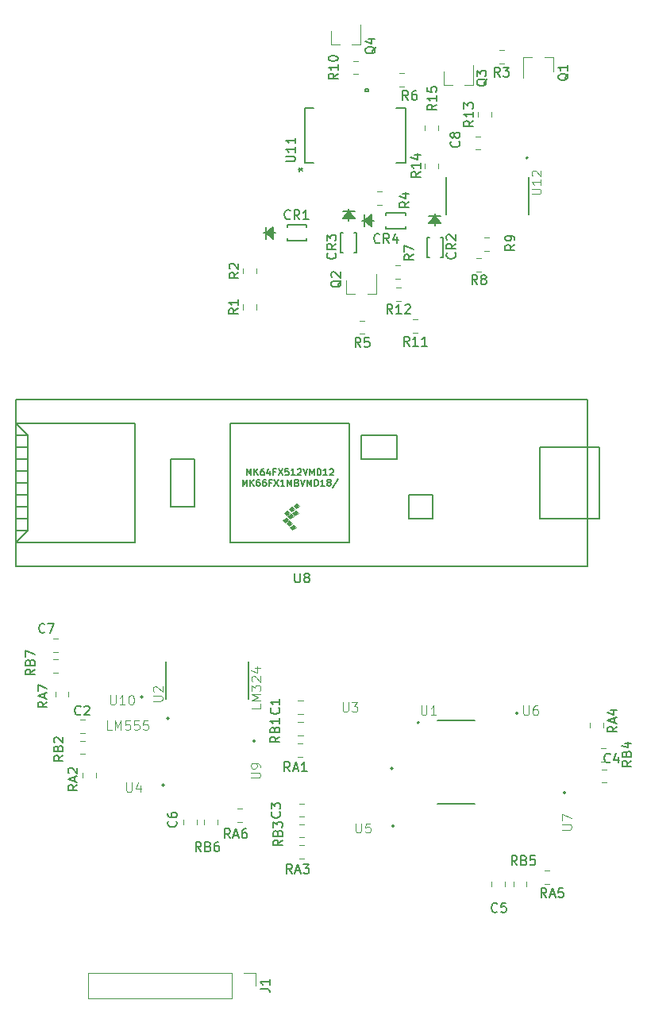
<source format=gto>
G04 #@! TF.GenerationSoftware,KiCad,Pcbnew,(5.0.1)-4*
G04 #@! TF.CreationDate,2019-11-27T18:02:01-06:00*
G04 #@! TF.ProjectId,new_synth_transistor,6E65775F73796E74685F7472616E7369,rev?*
G04 #@! TF.SameCoordinates,Original*
G04 #@! TF.FileFunction,Legend,Top*
G04 #@! TF.FilePolarity,Positive*
%FSLAX46Y46*%
G04 Gerber Fmt 4.6, Leading zero omitted, Abs format (unit mm)*
G04 Created by KiCad (PCBNEW (5.0.1)-4) date 11/27/2019 6:02:01 PM*
%MOMM*%
%LPD*%
G01*
G04 APERTURE LIST*
%ADD10C,0.200000*%
%ADD11C,0.127000*%
%ADD12C,0.152400*%
%ADD13C,0.150000*%
%ADD14C,0.100000*%
%ADD15C,0.120000*%
%ADD16C,0.050000*%
G04 APERTURE END LIST*
D10*
G04 #@! TO.C,U12*
X272691529Y-33233212D02*
G75*
G03X272691529Y-33233212I-100000J0D01*
G01*
D11*
X272811529Y-35278212D02*
X272811529Y-39278212D01*
X263951529Y-35278212D02*
X263951529Y-39278212D01*
G04 #@! TO.C,U10*
X231613448Y-90657494D02*
G75*
G03X231613448Y-90657494I-127000J0D01*
G01*
G04 #@! TO.C,U6*
X271607280Y-92435680D02*
G75*
G03X271607280Y-92435680I-127000J0D01*
G01*
G04 #@! TO.C,U4*
X233919970Y-100095153D02*
G75*
G03X233919970Y-100095153I-127000J0D01*
G01*
D12*
G04 #@! TO.C,U11*
X259609200Y-33745902D02*
X259609200Y-27903902D01*
X259609200Y-27903902D02*
X258659240Y-27903902D01*
X248865000Y-27903902D02*
X248865000Y-33745902D01*
X248865000Y-33745902D02*
X249814960Y-33745902D01*
X258659240Y-33745902D02*
X259609200Y-33745902D01*
X249814960Y-27903902D02*
X248865000Y-27903902D01*
X255316600Y-25859202D02*
X255697600Y-25859202D01*
X255697600Y-25859202D02*
X255697600Y-26113202D01*
X255697600Y-26113202D02*
X255316600Y-26113202D01*
X255316600Y-26113202D02*
X255316600Y-25859202D01*
D13*
G04 #@! TO.C,U8*
X262554720Y-71688960D02*
X262554720Y-69148960D01*
X262554720Y-69148960D02*
X260014720Y-69148960D01*
X260014720Y-69148960D02*
X260014720Y-71688960D01*
X260014720Y-71688960D02*
X262554720Y-71688960D01*
X254934720Y-62798960D02*
X258744720Y-62798960D01*
X258744720Y-62798960D02*
X258744720Y-65338960D01*
X258744720Y-65338960D02*
X254934720Y-65338960D01*
X254934720Y-65338960D02*
X254934720Y-62798960D01*
X240964720Y-61528960D02*
X240964720Y-74228960D01*
X253664720Y-74228960D02*
X253664720Y-61528960D01*
X253664720Y-61528960D02*
X240964720Y-61528960D01*
X253664720Y-74228960D02*
X240964720Y-74228960D01*
X219374720Y-62798960D02*
X218104720Y-62798960D01*
X219374720Y-64068960D02*
X218104720Y-64068960D01*
X219374720Y-65338960D02*
X218104720Y-65338960D01*
X219374720Y-66608960D02*
X218104720Y-66608960D01*
X219374720Y-67878960D02*
X218104720Y-67878960D01*
X219374720Y-69148960D02*
X218104720Y-69148960D01*
X219374720Y-70418960D02*
X218104720Y-70418960D01*
X219374720Y-71688960D02*
X218104720Y-71688960D01*
X219374720Y-72958960D02*
X218104720Y-72958960D01*
X218104720Y-61528960D02*
X219374720Y-62798960D01*
X219374720Y-62798960D02*
X219374720Y-72958960D01*
X219374720Y-72958960D02*
X218104720Y-74228960D01*
X218104720Y-74228960D02*
X230804720Y-74228960D01*
X230804720Y-74228960D02*
X230804720Y-61528960D01*
X230804720Y-61528960D02*
X218104720Y-61528960D01*
X218104720Y-76768960D02*
X279064720Y-76768960D01*
X279064720Y-58988960D02*
X218104720Y-58988960D01*
X279064720Y-64068960D02*
X280334720Y-64068960D01*
X280334720Y-64068960D02*
X280334720Y-71688960D01*
X280334720Y-71688960D02*
X279064720Y-71688960D01*
X273984720Y-64068960D02*
X273984720Y-71688960D01*
X273984720Y-71688960D02*
X279064720Y-71688960D01*
X273984720Y-64068960D02*
X279064720Y-64068960D01*
X234614720Y-70418960D02*
X234614720Y-65338960D01*
X234614720Y-65338960D02*
X237154720Y-65338960D01*
X237154720Y-65338960D02*
X237154720Y-70418960D01*
X237154720Y-70418960D02*
X234614720Y-70418960D01*
X218104720Y-76768960D02*
X218104720Y-58988960D01*
X279064720Y-58988960D02*
X279064720Y-76768960D01*
D14*
G36*
X247568720Y-72831960D02*
X247314720Y-72577960D01*
X247695720Y-72323960D01*
X247949720Y-72577960D01*
X247568720Y-72831960D01*
G37*
X247568720Y-72831960D02*
X247314720Y-72577960D01*
X247695720Y-72323960D01*
X247949720Y-72577960D01*
X247568720Y-72831960D01*
G36*
X247822720Y-71307960D02*
X247568720Y-71053960D01*
X247949720Y-70799960D01*
X248203720Y-71053960D01*
X247822720Y-71307960D01*
G37*
X247822720Y-71307960D02*
X247568720Y-71053960D01*
X247949720Y-70799960D01*
X248203720Y-71053960D01*
X247822720Y-71307960D01*
G36*
X247949720Y-70545960D02*
X247695720Y-70291960D01*
X248076720Y-70037960D01*
X248330720Y-70291960D01*
X247949720Y-70545960D01*
G37*
X247949720Y-70545960D02*
X247695720Y-70291960D01*
X248076720Y-70037960D01*
X248330720Y-70291960D01*
X247949720Y-70545960D01*
G36*
X246806720Y-72069960D02*
X246552720Y-71815960D01*
X246933720Y-71561960D01*
X247187720Y-71815960D01*
X246806720Y-72069960D01*
G37*
X246806720Y-72069960D02*
X246552720Y-71815960D01*
X246933720Y-71561960D01*
X247187720Y-71815960D01*
X246806720Y-72069960D01*
G36*
X247441720Y-70926960D02*
X247187720Y-70672960D01*
X247568720Y-70418960D01*
X247822720Y-70672960D01*
X247441720Y-70926960D01*
G37*
X247441720Y-70926960D02*
X247187720Y-70672960D01*
X247568720Y-70418960D01*
X247822720Y-70672960D01*
X247441720Y-70926960D01*
G36*
X246933720Y-71307960D02*
X246679720Y-71053960D01*
X247060720Y-70799960D01*
X247314720Y-71053960D01*
X246933720Y-71307960D01*
G37*
X246933720Y-71307960D02*
X246679720Y-71053960D01*
X247060720Y-70799960D01*
X247314720Y-71053960D01*
X246933720Y-71307960D01*
G36*
X247187720Y-72450960D02*
X246933720Y-72196960D01*
X247314720Y-71942960D01*
X247568720Y-72196960D01*
X247187720Y-72450960D01*
G37*
X247187720Y-72450960D02*
X246933720Y-72196960D01*
X247314720Y-71942960D01*
X247568720Y-72196960D01*
X247187720Y-72450960D01*
G36*
X247314720Y-71688960D02*
X247060720Y-71434960D01*
X247441720Y-71180960D01*
X247695720Y-71434960D01*
X247314720Y-71688960D01*
G37*
X247314720Y-71688960D02*
X247060720Y-71434960D01*
X247441720Y-71180960D01*
X247695720Y-71434960D01*
X247314720Y-71688960D01*
D15*
G04 #@! TO.C,C1*
X248168816Y-91084711D02*
X248685972Y-91084711D01*
X248168816Y-92504711D02*
X248685972Y-92504711D01*
G04 #@! TO.C,C2*
X224901172Y-93111353D02*
X225418328Y-93111353D01*
X224901172Y-94531353D02*
X225418328Y-94531353D01*
G04 #@! TO.C,C3*
X248292717Y-103458921D02*
X248809873Y-103458921D01*
X248292717Y-102038921D02*
X248809873Y-102038921D01*
G04 #@! TO.C,C4*
X281040338Y-98400800D02*
X280523182Y-98400800D01*
X281040338Y-99820800D02*
X280523182Y-99820800D01*
G04 #@! TO.C,C5*
X268804320Y-110875578D02*
X268804320Y-110358422D01*
X270224320Y-110875578D02*
X270224320Y-110358422D01*
G04 #@! TO.C,C6*
X237341480Y-104312218D02*
X237341480Y-103795062D01*
X235921480Y-104312218D02*
X235921480Y-103795062D01*
G04 #@! TO.C,C7*
X222043230Y-84456014D02*
X222560386Y-84456014D01*
X222043230Y-85876014D02*
X222560386Y-85876014D01*
G04 #@! TO.C,C8*
X267596998Y-32347702D02*
X267079842Y-32347702D01*
X267596998Y-30927702D02*
X267079842Y-30927702D01*
D12*
G04 #@! TO.C,CR1*
X245723020Y-41218582D02*
X244453020Y-41218582D01*
X244707020Y-40583582D02*
X244707020Y-41853582D01*
X244707020Y-41218582D02*
X245469020Y-40583582D01*
X244707020Y-41218582D02*
X245469020Y-40710582D01*
X244707020Y-41218582D02*
X245469020Y-40837582D01*
X244707020Y-41218582D02*
X245469020Y-40964582D01*
X244707020Y-41218582D02*
X245469020Y-41091582D01*
X244707020Y-41218582D02*
X245469020Y-41853582D01*
X244707020Y-41218582D02*
X245469020Y-41726582D01*
X244707020Y-41218582D02*
X245469020Y-41599582D01*
X244707020Y-41218582D02*
X245469020Y-41472582D01*
X244707020Y-41218582D02*
X245469020Y-41345582D01*
X245469020Y-40583582D02*
X245469020Y-41853582D01*
X247031120Y-42069482D02*
X249088520Y-42069482D01*
X249088520Y-42069482D02*
X249088520Y-41792622D01*
X249088520Y-40367682D02*
X247031120Y-40367682D01*
X247031120Y-40367682D02*
X247031120Y-40644542D01*
X247031120Y-41792622D02*
X247031120Y-42069482D01*
X249088520Y-40644542D02*
X249088520Y-40367682D01*
G04 #@! TO.C,CR2*
X263347249Y-43783152D02*
X263624109Y-43783152D01*
X262199169Y-41725752D02*
X261922309Y-41725752D01*
X263624109Y-41725752D02*
X263347249Y-41725752D01*
X263624109Y-43783152D02*
X263624109Y-41725752D01*
X261922309Y-43783152D02*
X262199169Y-43783152D01*
X261922309Y-41725752D02*
X261922309Y-43783152D01*
X263408209Y-40163652D02*
X262138209Y-40163652D01*
X262773209Y-39401652D02*
X262646209Y-40163652D01*
X262773209Y-39401652D02*
X262519209Y-40163652D01*
X262773209Y-39401652D02*
X262392209Y-40163652D01*
X262773209Y-39401652D02*
X262265209Y-40163652D01*
X262773209Y-39401652D02*
X262138209Y-40163652D01*
X262773209Y-39401652D02*
X262900209Y-40163652D01*
X262773209Y-39401652D02*
X263027209Y-40163652D01*
X262773209Y-39401652D02*
X263154209Y-40163652D01*
X262773209Y-39401652D02*
X263281209Y-40163652D01*
X262773209Y-39401652D02*
X263408209Y-40163652D01*
X263408209Y-39401652D02*
X262138209Y-39401652D01*
X262773209Y-40417652D02*
X262773209Y-39147652D01*
G04 #@! TO.C,CR3*
X254145660Y-43293762D02*
X254422520Y-43293762D01*
X252997580Y-41236362D02*
X252720720Y-41236362D01*
X254422520Y-41236362D02*
X254145660Y-41236362D01*
X254422520Y-43293762D02*
X254422520Y-41236362D01*
X252720720Y-43293762D02*
X252997580Y-43293762D01*
X252720720Y-41236362D02*
X252720720Y-43293762D01*
X254206620Y-39674262D02*
X252936620Y-39674262D01*
X253571620Y-38912262D02*
X253444620Y-39674262D01*
X253571620Y-38912262D02*
X253317620Y-39674262D01*
X253571620Y-38912262D02*
X253190620Y-39674262D01*
X253571620Y-38912262D02*
X253063620Y-39674262D01*
X253571620Y-38912262D02*
X252936620Y-39674262D01*
X253571620Y-38912262D02*
X253698620Y-39674262D01*
X253571620Y-38912262D02*
X253825620Y-39674262D01*
X253571620Y-38912262D02*
X253952620Y-39674262D01*
X253571620Y-38912262D02*
X254079620Y-39674262D01*
X253571620Y-38912262D02*
X254206620Y-39674262D01*
X254206620Y-38912262D02*
X252936620Y-38912262D01*
X253571620Y-39928262D02*
X253571620Y-38658262D01*
G04 #@! TO.C,CR4*
X256258940Y-39913022D02*
X254988940Y-39913022D01*
X255242940Y-39278022D02*
X255242940Y-40548022D01*
X255242940Y-39913022D02*
X256004940Y-39278022D01*
X255242940Y-39913022D02*
X256004940Y-39405022D01*
X255242940Y-39913022D02*
X256004940Y-39532022D01*
X255242940Y-39913022D02*
X256004940Y-39659022D01*
X255242940Y-39913022D02*
X256004940Y-39786022D01*
X255242940Y-39913022D02*
X256004940Y-40548022D01*
X255242940Y-39913022D02*
X256004940Y-40421022D01*
X255242940Y-39913022D02*
X256004940Y-40294022D01*
X255242940Y-39913022D02*
X256004940Y-40167022D01*
X255242940Y-39913022D02*
X256004940Y-40040022D01*
X256004940Y-39278022D02*
X256004940Y-40548022D01*
X257567040Y-40763922D02*
X259624440Y-40763922D01*
X259624440Y-40763922D02*
X259624440Y-40487062D01*
X259624440Y-39062122D02*
X257567040Y-39062122D01*
X257567040Y-39062122D02*
X257567040Y-39338982D01*
X257567040Y-40487062D02*
X257567040Y-40763922D01*
X259624440Y-39338982D02*
X259624440Y-39062122D01*
D15*
G04 #@! TO.C,J1*
X243686640Y-120122640D02*
X243686640Y-121452640D01*
X242356640Y-120122640D02*
X243686640Y-120122640D01*
X241086640Y-120122640D02*
X241086640Y-122782640D01*
X241086640Y-122782640D02*
X225786640Y-122782640D01*
X241086640Y-120122640D02*
X225786640Y-120122640D01*
X225786640Y-120122640D02*
X225786640Y-122782640D01*
G04 #@! TO.C,Q1*
X275381840Y-22516560D02*
X274451840Y-22516560D01*
X272221840Y-22516560D02*
X273151840Y-22516560D01*
X272221840Y-22516560D02*
X272221840Y-24676560D01*
X275381840Y-22516560D02*
X275381840Y-23976560D01*
G04 #@! TO.C,Q2*
X253327700Y-47753782D02*
X253327700Y-46293782D01*
X256487700Y-47753782D02*
X256487700Y-45593782D01*
X256487700Y-47753782D02*
X255557700Y-47753782D01*
X253327700Y-47753782D02*
X254257700Y-47753782D01*
G04 #@! TO.C,Q3*
X263706100Y-25463502D02*
X263706100Y-24003502D01*
X266866100Y-25463502D02*
X266866100Y-23303502D01*
X266866100Y-25463502D02*
X265936100Y-25463502D01*
X263706100Y-25463502D02*
X264636100Y-25463502D01*
G04 #@! TO.C,Q4*
X251681740Y-21170902D02*
X252611740Y-21170902D01*
X254841740Y-21170902D02*
X253911740Y-21170902D01*
X254841740Y-21170902D02*
X254841740Y-19010902D01*
X251681740Y-21170902D02*
X251681740Y-19710902D01*
G04 #@! TO.C,R1*
X243698913Y-49374745D02*
X243698913Y-48857589D01*
X242278913Y-49374745D02*
X242278913Y-48857589D01*
G04 #@! TO.C,R2*
X242304313Y-45519025D02*
X242304313Y-45001869D01*
X243724313Y-45519025D02*
X243724313Y-45001869D01*
G04 #@! TO.C,R3*
X270143738Y-23168680D02*
X269626582Y-23168680D01*
X270143738Y-21748680D02*
X269626582Y-21748680D01*
G04 #@! TO.C,R4*
X256615042Y-38210022D02*
X257132198Y-38210022D01*
X256615042Y-36790022D02*
X257132198Y-36790022D01*
G04 #@! TO.C,R5*
X255272918Y-51981902D02*
X254755762Y-51981902D01*
X255272918Y-50561902D02*
X254755762Y-50561902D01*
G04 #@! TO.C,R6*
X259492098Y-25606542D02*
X258974942Y-25606542D01*
X259492098Y-24186542D02*
X258974942Y-24186542D01*
G04 #@! TO.C,R7*
X259098158Y-44664022D02*
X258581002Y-44664022D01*
X259098158Y-46084022D02*
X258581002Y-46084022D01*
G04 #@! TO.C,R8*
X267725707Y-45313572D02*
X267208551Y-45313572D01*
X267725707Y-43893572D02*
X267208551Y-43893572D01*
G04 #@! TO.C,R9*
X268006111Y-43139332D02*
X268523267Y-43139332D01*
X268006111Y-41719332D02*
X268523267Y-41719332D01*
G04 #@! TO.C,R10*
X254085202Y-24295902D02*
X254602358Y-24295902D01*
X254085202Y-22875902D02*
X254602358Y-22875902D01*
G04 #@! TO.C,R11*
X260937118Y-50455222D02*
X260419962Y-50455222D01*
X260937118Y-51875222D02*
X260419962Y-51875222D01*
G04 #@! TO.C,R12*
X259138798Y-47031302D02*
X258621642Y-47031302D01*
X259138798Y-48451302D02*
X258621642Y-48451302D01*
G04 #@! TO.C,R13*
X267354860Y-28873680D02*
X267354860Y-28356524D01*
X268774860Y-28873680D02*
X268774860Y-28356524D01*
G04 #@! TO.C,R14*
X261705900Y-34324520D02*
X261705900Y-33807364D01*
X263125900Y-34324520D02*
X263125900Y-33807364D01*
G04 #@! TO.C,R15*
X261665260Y-30255440D02*
X261665260Y-29738284D01*
X263085260Y-30255440D02*
X263085260Y-29738284D01*
G04 #@! TO.C,RA1*
X248614852Y-95666871D02*
X248097696Y-95666871D01*
X248614852Y-97086871D02*
X248097696Y-97086871D01*
G04 #@! TO.C,RA2*
X226639130Y-98774855D02*
X226639130Y-99292011D01*
X225219130Y-98774855D02*
X225219130Y-99292011D01*
G04 #@! TO.C,RA3*
X248835273Y-106489001D02*
X248318117Y-106489001D01*
X248835273Y-107909001D02*
X248318117Y-107909001D01*
G04 #@! TO.C,RA4*
X280734840Y-93977198D02*
X280734840Y-93460042D01*
X279314840Y-93977198D02*
X279314840Y-93460042D01*
G04 #@! TO.C,RA5*
X274454163Y-110590697D02*
X274971319Y-110590697D01*
X274454163Y-109170697D02*
X274971319Y-109170697D01*
G04 #@! TO.C,RA6*
X241678722Y-104001640D02*
X242195878Y-104001640D01*
X241678722Y-102581640D02*
X242195878Y-102581640D01*
G04 #@! TO.C,RA7*
X222277608Y-90099196D02*
X222277608Y-90616352D01*
X223697608Y-90099196D02*
X223697608Y-90616352D01*
G04 #@! TO.C,RB1*
X248685972Y-94775471D02*
X248168816Y-94775471D01*
X248685972Y-93355471D02*
X248168816Y-93355471D01*
G04 #@! TO.C,RB2*
X225440948Y-96776713D02*
X224923792Y-96776713D01*
X225440948Y-95356713D02*
X224923792Y-95356713D01*
G04 #@! TO.C,RB3*
X248843133Y-105658561D02*
X248325977Y-105658561D01*
X248843133Y-104238561D02*
X248325977Y-104238561D01*
G04 #@! TO.C,RB4*
X280480242Y-96150360D02*
X280997398Y-96150360D01*
X280480242Y-97570360D02*
X280997398Y-97570360D01*
G04 #@! TO.C,RB5*
X272556040Y-110353342D02*
X272556040Y-110870498D01*
X271136040Y-110353342D02*
X271136040Y-110870498D01*
G04 #@! TO.C,RB6*
X239566520Y-103764582D02*
X239566520Y-104281738D01*
X238146520Y-103764582D02*
X238146520Y-104281738D01*
G04 #@! TO.C,RB7*
X222588566Y-88101054D02*
X222071410Y-88101054D01*
X222588566Y-86681054D02*
X222071410Y-86681054D01*
D11*
G04 #@! TO.C,U1*
X263038840Y-102052360D02*
X267038840Y-102052360D01*
X263038840Y-93192360D02*
X267038840Y-93192360D01*
D10*
X261093840Y-93412360D02*
G75*
G03X261093840Y-93412360I-100000J0D01*
G01*
G04 #@! TO.C,U2*
X234385840Y-92975480D02*
G75*
G03X234385840Y-92975480I-100000J0D01*
G01*
D11*
X234065840Y-90930480D02*
X234065840Y-86930480D01*
X242925840Y-90930480D02*
X242925840Y-86930480D01*
G04 #@! TO.C,U3*
X258294832Y-98312968D02*
G75*
G03X258294832Y-98312968I-127000J0D01*
G01*
G04 #@! TO.C,U5*
X258406612Y-104435780D02*
G75*
G03X258406612Y-104435780I-127000J0D01*
G01*
G04 #@! TO.C,U7*
X276744741Y-100889097D02*
G75*
G03X276744741Y-100889097I-127000J0D01*
G01*
G04 #@! TO.C,U9*
X243570760Y-95377000D02*
G75*
G03X243570760Y-95377000I-127000J0D01*
G01*
G04 #@! TO.C,U12*
D16*
X273075909Y-37086307D02*
X273885433Y-37086307D01*
X273980671Y-37038688D01*
X274028290Y-36991069D01*
X274075909Y-36895831D01*
X274075909Y-36705354D01*
X274028290Y-36610116D01*
X273980671Y-36562497D01*
X273885433Y-36514878D01*
X273075909Y-36514878D01*
X274075909Y-35514878D02*
X274075909Y-36086307D01*
X274075909Y-35800592D02*
X273075909Y-35800592D01*
X273218767Y-35895831D01*
X273314005Y-35991069D01*
X273361624Y-36086307D01*
X273171148Y-35133926D02*
X273123529Y-35086307D01*
X273075909Y-34991069D01*
X273075909Y-34752973D01*
X273123529Y-34657735D01*
X273171148Y-34610116D01*
X273266386Y-34562497D01*
X273361624Y-34562497D01*
X273504481Y-34610116D01*
X274075909Y-35181545D01*
X274075909Y-34562497D01*
G04 #@! TO.C,U10*
X228136251Y-90499831D02*
X228136251Y-91310837D01*
X228183957Y-91406249D01*
X228231663Y-91453955D01*
X228327075Y-91501661D01*
X228517900Y-91501661D01*
X228613312Y-91453955D01*
X228661019Y-91406249D01*
X228708725Y-91310837D01*
X228708725Y-90499831D01*
X229710555Y-91501661D02*
X229138081Y-91501661D01*
X229424318Y-91501661D02*
X229424318Y-90499831D01*
X229328905Y-90642950D01*
X229233493Y-90738362D01*
X229138081Y-90786068D01*
X230330735Y-90499831D02*
X230426148Y-90499831D01*
X230521560Y-90547538D01*
X230569266Y-90595244D01*
X230616972Y-90690656D01*
X230664679Y-90881481D01*
X230664679Y-91120012D01*
X230616972Y-91310837D01*
X230569266Y-91406249D01*
X230521560Y-91453955D01*
X230426148Y-91501661D01*
X230330735Y-91501661D01*
X230235323Y-91453955D01*
X230187617Y-91406249D01*
X230139911Y-91310837D01*
X230092204Y-91120012D01*
X230092204Y-90881481D01*
X230139911Y-90690656D01*
X230187617Y-90595244D01*
X230235323Y-90547538D01*
X230330735Y-90499831D01*
G04 #@! TO.C,U6*
X272210500Y-91602578D02*
X272210500Y-92413584D01*
X272258207Y-92508996D01*
X272305913Y-92556702D01*
X272401325Y-92604408D01*
X272592150Y-92604408D01*
X272687562Y-92556702D01*
X272735269Y-92508996D01*
X272782975Y-92413584D01*
X272782975Y-91602578D01*
X273689392Y-91602578D02*
X273498568Y-91602578D01*
X273403155Y-91650285D01*
X273355449Y-91697991D01*
X273260037Y-91841109D01*
X273212330Y-92031934D01*
X273212330Y-92413584D01*
X273260037Y-92508996D01*
X273307743Y-92556702D01*
X273403155Y-92604408D01*
X273593980Y-92604408D01*
X273689392Y-92556702D01*
X273737099Y-92508996D01*
X273784805Y-92413584D01*
X273784805Y-92175053D01*
X273737099Y-92079640D01*
X273689392Y-92031934D01*
X273593980Y-91984228D01*
X273403155Y-91984228D01*
X273307743Y-92031934D01*
X273260037Y-92079640D01*
X273212330Y-92175053D01*
G04 #@! TO.C,U4*
X229853500Y-99806551D02*
X229853500Y-100617557D01*
X229901207Y-100712969D01*
X229948913Y-100760675D01*
X230044325Y-100808381D01*
X230235150Y-100808381D01*
X230330562Y-100760675D01*
X230378269Y-100712969D01*
X230425975Y-100617557D01*
X230425975Y-99806551D01*
X231332392Y-100140495D02*
X231332392Y-100808381D01*
X231093861Y-99758845D02*
X230855330Y-100474438D01*
X231475511Y-100474438D01*
X228290185Y-94195306D02*
X227813623Y-94195306D01*
X227813623Y-93194526D01*
X228623778Y-94195306D02*
X228623778Y-93194526D01*
X228957371Y-93909369D01*
X229290965Y-93194526D01*
X229290965Y-94195306D01*
X230244089Y-93194526D02*
X229767527Y-93194526D01*
X229719870Y-93671088D01*
X229767527Y-93623432D01*
X229862839Y-93575776D01*
X230101120Y-93575776D01*
X230196432Y-93623432D01*
X230244089Y-93671088D01*
X230291745Y-93766401D01*
X230291745Y-94004682D01*
X230244089Y-94099994D01*
X230196432Y-94147650D01*
X230101120Y-94195306D01*
X229862839Y-94195306D01*
X229767527Y-94147650D01*
X229719870Y-94099994D01*
X231197212Y-93194526D02*
X230720650Y-93194526D01*
X230672994Y-93671088D01*
X230720650Y-93623432D01*
X230815963Y-93575776D01*
X231054244Y-93575776D01*
X231149556Y-93623432D01*
X231197212Y-93671088D01*
X231244869Y-93766401D01*
X231244869Y-94004682D01*
X231197212Y-94099994D01*
X231149556Y-94147650D01*
X231054244Y-94195306D01*
X230815963Y-94195306D01*
X230720650Y-94147650D01*
X230672994Y-94099994D01*
X232150336Y-93194526D02*
X231673774Y-93194526D01*
X231626118Y-93671088D01*
X231673774Y-93623432D01*
X231769087Y-93575776D01*
X232007368Y-93575776D01*
X232102680Y-93623432D01*
X232150336Y-93671088D01*
X232197992Y-93766401D01*
X232197992Y-94004682D01*
X232150336Y-94099994D01*
X232102680Y-94147650D01*
X232007368Y-94195306D01*
X231769087Y-94195306D01*
X231673774Y-94147650D01*
X231626118Y-94099994D01*
G04 #@! TO.C,U11*
D13*
X246882280Y-33617477D02*
X247691804Y-33617477D01*
X247787042Y-33569858D01*
X247834661Y-33522239D01*
X247882280Y-33427001D01*
X247882280Y-33236524D01*
X247834661Y-33141286D01*
X247787042Y-33093667D01*
X247691804Y-33046048D01*
X246882280Y-33046048D01*
X247882280Y-32046048D02*
X247882280Y-32617477D01*
X247882280Y-32331762D02*
X246882280Y-32331762D01*
X247025138Y-32427001D01*
X247120376Y-32522239D01*
X247167995Y-32617477D01*
X247882280Y-31093667D02*
X247882280Y-31665096D01*
X247882280Y-31379382D02*
X246882280Y-31379382D01*
X247025138Y-31474620D01*
X247120376Y-31569858D01*
X247167995Y-31665096D01*
X248177680Y-34457102D02*
X248415776Y-34457102D01*
X248320538Y-34695197D02*
X248415776Y-34457102D01*
X248320538Y-34219006D01*
X248606252Y-34599959D02*
X248415776Y-34457102D01*
X248606252Y-34314244D01*
G04 #@! TO.C,U8*
X247822815Y-77491340D02*
X247822815Y-78300864D01*
X247870434Y-78396102D01*
X247918053Y-78443721D01*
X248013291Y-78491340D01*
X248203767Y-78491340D01*
X248299005Y-78443721D01*
X248346624Y-78396102D01*
X248394243Y-78300864D01*
X248394243Y-77491340D01*
X249013291Y-77919912D02*
X248918053Y-77872293D01*
X248870434Y-77824674D01*
X248822815Y-77729436D01*
X248822815Y-77681817D01*
X248870434Y-77586579D01*
X248918053Y-77538960D01*
X249013291Y-77491340D01*
X249203767Y-77491340D01*
X249299005Y-77538960D01*
X249346624Y-77586579D01*
X249394243Y-77681817D01*
X249394243Y-77729436D01*
X249346624Y-77824674D01*
X249299005Y-77872293D01*
X249203767Y-77919912D01*
X249013291Y-77919912D01*
X248918053Y-77967531D01*
X248870434Y-78015150D01*
X248822815Y-78110388D01*
X248822815Y-78300864D01*
X248870434Y-78396102D01*
X248918053Y-78443721D01*
X249013291Y-78491340D01*
X249203767Y-78491340D01*
X249299005Y-78443721D01*
X249346624Y-78396102D01*
X249394243Y-78300864D01*
X249394243Y-78110388D01*
X249346624Y-78015150D01*
X249299005Y-77967531D01*
X249203767Y-77919912D01*
X242264720Y-68195626D02*
X242264720Y-67495626D01*
X242498053Y-67995626D01*
X242731386Y-67495626D01*
X242731386Y-68195626D01*
X243064720Y-68195626D02*
X243064720Y-67495626D01*
X243464720Y-68195626D02*
X243164720Y-67795626D01*
X243464720Y-67495626D02*
X243064720Y-67895626D01*
X244064720Y-67495626D02*
X243931386Y-67495626D01*
X243864720Y-67528960D01*
X243831386Y-67562293D01*
X243764720Y-67662293D01*
X243731386Y-67795626D01*
X243731386Y-68062293D01*
X243764720Y-68128960D01*
X243798053Y-68162293D01*
X243864720Y-68195626D01*
X243998053Y-68195626D01*
X244064720Y-68162293D01*
X244098053Y-68128960D01*
X244131386Y-68062293D01*
X244131386Y-67895626D01*
X244098053Y-67828960D01*
X244064720Y-67795626D01*
X243998053Y-67762293D01*
X243864720Y-67762293D01*
X243798053Y-67795626D01*
X243764720Y-67828960D01*
X243731386Y-67895626D01*
X244731386Y-67495626D02*
X244598053Y-67495626D01*
X244531386Y-67528960D01*
X244498053Y-67562293D01*
X244431386Y-67662293D01*
X244398053Y-67795626D01*
X244398053Y-68062293D01*
X244431386Y-68128960D01*
X244464720Y-68162293D01*
X244531386Y-68195626D01*
X244664720Y-68195626D01*
X244731386Y-68162293D01*
X244764720Y-68128960D01*
X244798053Y-68062293D01*
X244798053Y-67895626D01*
X244764720Y-67828960D01*
X244731386Y-67795626D01*
X244664720Y-67762293D01*
X244531386Y-67762293D01*
X244464720Y-67795626D01*
X244431386Y-67828960D01*
X244398053Y-67895626D01*
X245331386Y-67828960D02*
X245098053Y-67828960D01*
X245098053Y-68195626D02*
X245098053Y-67495626D01*
X245431386Y-67495626D01*
X245631386Y-67495626D02*
X246098053Y-68195626D01*
X246098053Y-67495626D02*
X245631386Y-68195626D01*
X246731386Y-68195626D02*
X246331386Y-68195626D01*
X246531386Y-68195626D02*
X246531386Y-67495626D01*
X246464720Y-67595626D01*
X246398053Y-67662293D01*
X246331386Y-67695626D01*
X247031386Y-68195626D02*
X247031386Y-67495626D01*
X247264720Y-67995626D01*
X247498053Y-67495626D01*
X247498053Y-68195626D01*
X248064720Y-67828960D02*
X248164720Y-67862293D01*
X248198053Y-67895626D01*
X248231386Y-67962293D01*
X248231386Y-68062293D01*
X248198053Y-68128960D01*
X248164720Y-68162293D01*
X248098053Y-68195626D01*
X247831386Y-68195626D01*
X247831386Y-67495626D01*
X248064720Y-67495626D01*
X248131386Y-67528960D01*
X248164720Y-67562293D01*
X248198053Y-67628960D01*
X248198053Y-67695626D01*
X248164720Y-67762293D01*
X248131386Y-67795626D01*
X248064720Y-67828960D01*
X247831386Y-67828960D01*
X248431386Y-67495626D02*
X248664720Y-68195626D01*
X248898053Y-67495626D01*
X249131386Y-68195626D02*
X249131386Y-67495626D01*
X249364720Y-67995626D01*
X249598053Y-67495626D01*
X249598053Y-68195626D01*
X249931386Y-68195626D02*
X249931386Y-67495626D01*
X250098053Y-67495626D01*
X250198053Y-67528960D01*
X250264720Y-67595626D01*
X250298053Y-67662293D01*
X250331386Y-67795626D01*
X250331386Y-67895626D01*
X250298053Y-68028960D01*
X250264720Y-68095626D01*
X250198053Y-68162293D01*
X250098053Y-68195626D01*
X249931386Y-68195626D01*
X250998053Y-68195626D02*
X250598053Y-68195626D01*
X250798053Y-68195626D02*
X250798053Y-67495626D01*
X250731386Y-67595626D01*
X250664720Y-67662293D01*
X250598053Y-67695626D01*
X251398053Y-67795626D02*
X251331386Y-67762293D01*
X251298053Y-67728960D01*
X251264720Y-67662293D01*
X251264720Y-67628960D01*
X251298053Y-67562293D01*
X251331386Y-67528960D01*
X251398053Y-67495626D01*
X251531386Y-67495626D01*
X251598053Y-67528960D01*
X251631386Y-67562293D01*
X251664720Y-67628960D01*
X251664720Y-67662293D01*
X251631386Y-67728960D01*
X251598053Y-67762293D01*
X251531386Y-67795626D01*
X251398053Y-67795626D01*
X251331386Y-67828960D01*
X251298053Y-67862293D01*
X251264720Y-67928960D01*
X251264720Y-68062293D01*
X251298053Y-68128960D01*
X251331386Y-68162293D01*
X251398053Y-68195626D01*
X251531386Y-68195626D01*
X251598053Y-68162293D01*
X251631386Y-68128960D01*
X251664720Y-68062293D01*
X251664720Y-67928960D01*
X251631386Y-67862293D01*
X251598053Y-67828960D01*
X251531386Y-67795626D01*
X252464720Y-67462293D02*
X251864720Y-68362293D01*
X242714720Y-67052626D02*
X242714720Y-66352626D01*
X242948053Y-66852626D01*
X243181386Y-66352626D01*
X243181386Y-67052626D01*
X243514720Y-67052626D02*
X243514720Y-66352626D01*
X243914720Y-67052626D02*
X243614720Y-66652626D01*
X243914720Y-66352626D02*
X243514720Y-66752626D01*
X244514720Y-66352626D02*
X244381386Y-66352626D01*
X244314720Y-66385960D01*
X244281386Y-66419293D01*
X244214720Y-66519293D01*
X244181386Y-66652626D01*
X244181386Y-66919293D01*
X244214720Y-66985960D01*
X244248053Y-67019293D01*
X244314720Y-67052626D01*
X244448053Y-67052626D01*
X244514720Y-67019293D01*
X244548053Y-66985960D01*
X244581386Y-66919293D01*
X244581386Y-66752626D01*
X244548053Y-66685960D01*
X244514720Y-66652626D01*
X244448053Y-66619293D01*
X244314720Y-66619293D01*
X244248053Y-66652626D01*
X244214720Y-66685960D01*
X244181386Y-66752626D01*
X245181386Y-66585960D02*
X245181386Y-67052626D01*
X245014720Y-66319293D02*
X244848053Y-66819293D01*
X245281386Y-66819293D01*
X245781386Y-66685960D02*
X245548053Y-66685960D01*
X245548053Y-67052626D02*
X245548053Y-66352626D01*
X245881386Y-66352626D01*
X246081386Y-66352626D02*
X246548053Y-67052626D01*
X246548053Y-66352626D02*
X246081386Y-67052626D01*
X247148053Y-66352626D02*
X246814720Y-66352626D01*
X246781386Y-66685960D01*
X246814720Y-66652626D01*
X246881386Y-66619293D01*
X247048053Y-66619293D01*
X247114720Y-66652626D01*
X247148053Y-66685960D01*
X247181386Y-66752626D01*
X247181386Y-66919293D01*
X247148053Y-66985960D01*
X247114720Y-67019293D01*
X247048053Y-67052626D01*
X246881386Y-67052626D01*
X246814720Y-67019293D01*
X246781386Y-66985960D01*
X247848053Y-67052626D02*
X247448053Y-67052626D01*
X247648053Y-67052626D02*
X247648053Y-66352626D01*
X247581386Y-66452626D01*
X247514720Y-66519293D01*
X247448053Y-66552626D01*
X248114720Y-66419293D02*
X248148053Y-66385960D01*
X248214720Y-66352626D01*
X248381386Y-66352626D01*
X248448053Y-66385960D01*
X248481386Y-66419293D01*
X248514720Y-66485960D01*
X248514720Y-66552626D01*
X248481386Y-66652626D01*
X248081386Y-67052626D01*
X248514720Y-67052626D01*
X248714720Y-66352626D02*
X248948053Y-67052626D01*
X249181386Y-66352626D01*
X249414720Y-67052626D02*
X249414720Y-66352626D01*
X249648053Y-66852626D01*
X249881386Y-66352626D01*
X249881386Y-67052626D01*
X250214720Y-67052626D02*
X250214720Y-66352626D01*
X250381386Y-66352626D01*
X250481386Y-66385960D01*
X250548053Y-66452626D01*
X250581386Y-66519293D01*
X250614720Y-66652626D01*
X250614720Y-66752626D01*
X250581386Y-66885960D01*
X250548053Y-66952626D01*
X250481386Y-67019293D01*
X250381386Y-67052626D01*
X250214720Y-67052626D01*
X251281386Y-67052626D02*
X250881386Y-67052626D01*
X251081386Y-67052626D02*
X251081386Y-66352626D01*
X251014720Y-66452626D01*
X250948053Y-66519293D01*
X250881386Y-66552626D01*
X251548053Y-66419293D02*
X251581386Y-66385960D01*
X251648053Y-66352626D01*
X251814720Y-66352626D01*
X251881386Y-66385960D01*
X251914720Y-66419293D01*
X251948053Y-66485960D01*
X251948053Y-66552626D01*
X251914720Y-66652626D01*
X251514720Y-67052626D01*
X251948053Y-67052626D01*
G04 #@! TO.C,C1*
X246122462Y-91865746D02*
X246170081Y-91913365D01*
X246217700Y-92056222D01*
X246217700Y-92151460D01*
X246170081Y-92294318D01*
X246074843Y-92389556D01*
X245979605Y-92437175D01*
X245789129Y-92484794D01*
X245646272Y-92484794D01*
X245455796Y-92437175D01*
X245360558Y-92389556D01*
X245265320Y-92294318D01*
X245217700Y-92151460D01*
X245217700Y-92056222D01*
X245265320Y-91913365D01*
X245312939Y-91865746D01*
X246217700Y-90913365D02*
X246217700Y-91484794D01*
X246217700Y-91199080D02*
X245217700Y-91199080D01*
X245360558Y-91294318D01*
X245455796Y-91389556D01*
X245503415Y-91484794D01*
G04 #@! TO.C,C2*
X224993083Y-92528495D02*
X224945464Y-92576114D01*
X224802607Y-92623733D01*
X224707369Y-92623733D01*
X224564511Y-92576114D01*
X224469273Y-92480876D01*
X224421654Y-92385638D01*
X224374035Y-92195162D01*
X224374035Y-92052305D01*
X224421654Y-91861829D01*
X224469273Y-91766591D01*
X224564511Y-91671353D01*
X224707369Y-91623733D01*
X224802607Y-91623733D01*
X224945464Y-91671353D01*
X224993083Y-91718972D01*
X225374035Y-91718972D02*
X225421654Y-91671353D01*
X225516892Y-91623733D01*
X225754988Y-91623733D01*
X225850226Y-91671353D01*
X225897845Y-91718972D01*
X225945464Y-91814210D01*
X225945464Y-91909448D01*
X225897845Y-92052305D01*
X225326416Y-92623733D01*
X225945464Y-92623733D01*
G04 #@! TO.C,C3*
X246207017Y-102937775D02*
X246254636Y-102985394D01*
X246302255Y-103128251D01*
X246302255Y-103223489D01*
X246254636Y-103366347D01*
X246159398Y-103461585D01*
X246064160Y-103509204D01*
X245873684Y-103556823D01*
X245730827Y-103556823D01*
X245540351Y-103509204D01*
X245445113Y-103461585D01*
X245349875Y-103366347D01*
X245302255Y-103223489D01*
X245302255Y-103128251D01*
X245349875Y-102985394D01*
X245397494Y-102937775D01*
X245302255Y-102604442D02*
X245302255Y-101985394D01*
X245683208Y-102318728D01*
X245683208Y-102175870D01*
X245730827Y-102080632D01*
X245778446Y-102033013D01*
X245873684Y-101985394D01*
X246111779Y-101985394D01*
X246207017Y-102033013D01*
X246254636Y-102080632D01*
X246302255Y-102175870D01*
X246302255Y-102461585D01*
X246254636Y-102556823D01*
X246207017Y-102604442D01*
G04 #@! TO.C,C4*
X281465753Y-97613742D02*
X281418134Y-97661361D01*
X281275277Y-97708980D01*
X281180039Y-97708980D01*
X281037181Y-97661361D01*
X280941943Y-97566123D01*
X280894324Y-97470885D01*
X280846705Y-97280409D01*
X280846705Y-97137552D01*
X280894324Y-96947076D01*
X280941943Y-96851838D01*
X281037181Y-96756600D01*
X281180039Y-96708980D01*
X281275277Y-96708980D01*
X281418134Y-96756600D01*
X281465753Y-96804219D01*
X282322896Y-97042314D02*
X282322896Y-97708980D01*
X282084800Y-96661361D02*
X281846705Y-97375647D01*
X282465753Y-97375647D01*
G04 #@! TO.C,C5*
X269423853Y-113549702D02*
X269376234Y-113597321D01*
X269233377Y-113644940D01*
X269138139Y-113644940D01*
X268995281Y-113597321D01*
X268900043Y-113502083D01*
X268852424Y-113406845D01*
X268804805Y-113216369D01*
X268804805Y-113073512D01*
X268852424Y-112883036D01*
X268900043Y-112787798D01*
X268995281Y-112692560D01*
X269138139Y-112644940D01*
X269233377Y-112644940D01*
X269376234Y-112692560D01*
X269423853Y-112740179D01*
X270328615Y-112644940D02*
X269852424Y-112644940D01*
X269804805Y-113121131D01*
X269852424Y-113073512D01*
X269947662Y-113025893D01*
X270185758Y-113025893D01*
X270280996Y-113073512D01*
X270328615Y-113121131D01*
X270376234Y-113216369D01*
X270376234Y-113454464D01*
X270328615Y-113549702D01*
X270280996Y-113597321D01*
X270185758Y-113644940D01*
X269947662Y-113644940D01*
X269852424Y-113597321D01*
X269804805Y-113549702D01*
G04 #@! TO.C,C6*
X235169982Y-103925666D02*
X235217601Y-103973285D01*
X235265220Y-104116142D01*
X235265220Y-104211380D01*
X235217601Y-104354238D01*
X235122363Y-104449476D01*
X235027125Y-104497095D01*
X234836649Y-104544714D01*
X234693792Y-104544714D01*
X234503316Y-104497095D01*
X234408078Y-104449476D01*
X234312840Y-104354238D01*
X234265220Y-104211380D01*
X234265220Y-104116142D01*
X234312840Y-103973285D01*
X234360459Y-103925666D01*
X234265220Y-103068523D02*
X234265220Y-103259000D01*
X234312840Y-103354238D01*
X234360459Y-103401857D01*
X234503316Y-103497095D01*
X234693792Y-103544714D01*
X235074744Y-103544714D01*
X235169982Y-103497095D01*
X235217601Y-103449476D01*
X235265220Y-103354238D01*
X235265220Y-103163761D01*
X235217601Y-103068523D01*
X235169982Y-103020904D01*
X235074744Y-102973285D01*
X234836649Y-102973285D01*
X234741411Y-103020904D01*
X234693792Y-103068523D01*
X234646173Y-103163761D01*
X234646173Y-103354238D01*
X234693792Y-103449476D01*
X234741411Y-103497095D01*
X234836649Y-103544714D01*
G04 #@! TO.C,C7*
X221148613Y-83770742D02*
X221100994Y-83818361D01*
X220958137Y-83865980D01*
X220862899Y-83865980D01*
X220720041Y-83818361D01*
X220624803Y-83723123D01*
X220577184Y-83627885D01*
X220529565Y-83437409D01*
X220529565Y-83294552D01*
X220577184Y-83104076D01*
X220624803Y-83008838D01*
X220720041Y-82913600D01*
X220862899Y-82865980D01*
X220958137Y-82865980D01*
X221100994Y-82913600D01*
X221148613Y-82961219D01*
X221481946Y-82865980D02*
X222148613Y-82865980D01*
X221720041Y-83865980D01*
G04 #@! TO.C,C8*
X265328282Y-31469088D02*
X265375901Y-31516707D01*
X265423520Y-31659564D01*
X265423520Y-31754802D01*
X265375901Y-31897660D01*
X265280663Y-31992898D01*
X265185425Y-32040517D01*
X264994949Y-32088136D01*
X264852092Y-32088136D01*
X264661616Y-32040517D01*
X264566378Y-31992898D01*
X264471140Y-31897660D01*
X264423520Y-31754802D01*
X264423520Y-31659564D01*
X264471140Y-31516707D01*
X264518759Y-31469088D01*
X264852092Y-30897660D02*
X264804473Y-30992898D01*
X264756854Y-31040517D01*
X264661616Y-31088136D01*
X264613997Y-31088136D01*
X264518759Y-31040517D01*
X264471140Y-30992898D01*
X264423520Y-30897660D01*
X264423520Y-30707183D01*
X264471140Y-30611945D01*
X264518759Y-30564326D01*
X264613997Y-30516707D01*
X264661616Y-30516707D01*
X264756854Y-30564326D01*
X264804473Y-30611945D01*
X264852092Y-30707183D01*
X264852092Y-30897660D01*
X264899711Y-30992898D01*
X264947330Y-31040517D01*
X265042568Y-31088136D01*
X265233044Y-31088136D01*
X265328282Y-31040517D01*
X265375901Y-30992898D01*
X265423520Y-30897660D01*
X265423520Y-30707183D01*
X265375901Y-30611945D01*
X265328282Y-30564326D01*
X265233044Y-30516707D01*
X265042568Y-30516707D01*
X264947330Y-30564326D01*
X264899711Y-30611945D01*
X264852092Y-30707183D01*
G04 #@! TO.C,CR1*
X247337273Y-39675804D02*
X247289654Y-39723423D01*
X247146797Y-39771042D01*
X247051559Y-39771042D01*
X246908701Y-39723423D01*
X246813463Y-39628185D01*
X246765844Y-39532947D01*
X246718225Y-39342471D01*
X246718225Y-39199614D01*
X246765844Y-39009138D01*
X246813463Y-38913900D01*
X246908701Y-38818662D01*
X247051559Y-38771042D01*
X247146797Y-38771042D01*
X247289654Y-38818662D01*
X247337273Y-38866281D01*
X248337273Y-39771042D02*
X248003940Y-39294852D01*
X247765844Y-39771042D02*
X247765844Y-38771042D01*
X248146797Y-38771042D01*
X248242035Y-38818662D01*
X248289654Y-38866281D01*
X248337273Y-38961519D01*
X248337273Y-39104376D01*
X248289654Y-39199614D01*
X248242035Y-39247233D01*
X248146797Y-39294852D01*
X247765844Y-39294852D01*
X249289654Y-39771042D02*
X248718225Y-39771042D01*
X249003940Y-39771042D02*
X249003940Y-38771042D01*
X248908701Y-38913900D01*
X248813463Y-39009138D01*
X248718225Y-39056757D01*
G04 #@! TO.C,CR2*
X264903271Y-43349998D02*
X264950890Y-43397617D01*
X264998509Y-43540474D01*
X264998509Y-43635712D01*
X264950890Y-43778570D01*
X264855652Y-43873808D01*
X264760414Y-43921427D01*
X264569938Y-43969046D01*
X264427081Y-43969046D01*
X264236605Y-43921427D01*
X264141367Y-43873808D01*
X264046129Y-43778570D01*
X263998509Y-43635712D01*
X263998509Y-43540474D01*
X264046129Y-43397617D01*
X264093748Y-43349998D01*
X264998509Y-42349998D02*
X264522319Y-42683332D01*
X264998509Y-42921427D02*
X263998509Y-42921427D01*
X263998509Y-42540474D01*
X264046129Y-42445236D01*
X264093748Y-42397617D01*
X264188986Y-42349998D01*
X264331843Y-42349998D01*
X264427081Y-42397617D01*
X264474700Y-42445236D01*
X264522319Y-42540474D01*
X264522319Y-42921427D01*
X264093748Y-41969046D02*
X264046129Y-41921427D01*
X263998509Y-41826189D01*
X263998509Y-41588093D01*
X264046129Y-41492855D01*
X264093748Y-41445236D01*
X264188986Y-41397617D01*
X264284224Y-41397617D01*
X264427081Y-41445236D01*
X264998509Y-42016665D01*
X264998509Y-41397617D01*
G04 #@! TO.C,CR3*
X252140602Y-43373688D02*
X252188221Y-43421307D01*
X252235840Y-43564164D01*
X252235840Y-43659402D01*
X252188221Y-43802260D01*
X252092983Y-43897498D01*
X251997745Y-43945117D01*
X251807269Y-43992736D01*
X251664412Y-43992736D01*
X251473936Y-43945117D01*
X251378698Y-43897498D01*
X251283460Y-43802260D01*
X251235840Y-43659402D01*
X251235840Y-43564164D01*
X251283460Y-43421307D01*
X251331079Y-43373688D01*
X252235840Y-42373688D02*
X251759650Y-42707022D01*
X252235840Y-42945117D02*
X251235840Y-42945117D01*
X251235840Y-42564164D01*
X251283460Y-42468926D01*
X251331079Y-42421307D01*
X251426317Y-42373688D01*
X251569174Y-42373688D01*
X251664412Y-42421307D01*
X251712031Y-42468926D01*
X251759650Y-42564164D01*
X251759650Y-42945117D01*
X251235840Y-42040355D02*
X251235840Y-41421307D01*
X251616793Y-41754641D01*
X251616793Y-41611783D01*
X251664412Y-41516545D01*
X251712031Y-41468926D01*
X251807269Y-41421307D01*
X252045364Y-41421307D01*
X252140602Y-41468926D01*
X252188221Y-41516545D01*
X252235840Y-41611783D01*
X252235840Y-41897498D01*
X252188221Y-41992736D01*
X252140602Y-42040355D01*
G04 #@! TO.C,CR4*
X256887673Y-42210724D02*
X256840054Y-42258343D01*
X256697197Y-42305962D01*
X256601959Y-42305962D01*
X256459101Y-42258343D01*
X256363863Y-42163105D01*
X256316244Y-42067867D01*
X256268625Y-41877391D01*
X256268625Y-41734534D01*
X256316244Y-41544058D01*
X256363863Y-41448820D01*
X256459101Y-41353582D01*
X256601959Y-41305962D01*
X256697197Y-41305962D01*
X256840054Y-41353582D01*
X256887673Y-41401201D01*
X257887673Y-42305962D02*
X257554340Y-41829772D01*
X257316244Y-42305962D02*
X257316244Y-41305962D01*
X257697197Y-41305962D01*
X257792435Y-41353582D01*
X257840054Y-41401201D01*
X257887673Y-41496439D01*
X257887673Y-41639296D01*
X257840054Y-41734534D01*
X257792435Y-41782153D01*
X257697197Y-41829772D01*
X257316244Y-41829772D01*
X258744816Y-41639296D02*
X258744816Y-42305962D01*
X258506720Y-41258343D02*
X258268625Y-41972629D01*
X258887673Y-41972629D01*
G04 #@! TO.C,J1*
X244139020Y-121785973D02*
X244853306Y-121785973D01*
X244996163Y-121833592D01*
X245091401Y-121928830D01*
X245139020Y-122071687D01*
X245139020Y-122166925D01*
X245139020Y-120785973D02*
X245139020Y-121357401D01*
X245139020Y-121071687D02*
X244139020Y-121071687D01*
X244281878Y-121166925D01*
X244377116Y-121262163D01*
X244424735Y-121357401D01*
G04 #@! TO.C,Q1*
X277006299Y-24225238D02*
X276958680Y-24320476D01*
X276863441Y-24415714D01*
X276720584Y-24558571D01*
X276672965Y-24653809D01*
X276672965Y-24749047D01*
X276911060Y-24701428D02*
X276863441Y-24796666D01*
X276768203Y-24891904D01*
X276577727Y-24939523D01*
X276244394Y-24939523D01*
X276053918Y-24891904D01*
X275958680Y-24796666D01*
X275911060Y-24701428D01*
X275911060Y-24510952D01*
X275958680Y-24415714D01*
X276053918Y-24320476D01*
X276244394Y-24272857D01*
X276577727Y-24272857D01*
X276768203Y-24320476D01*
X276863441Y-24415714D01*
X276911060Y-24510952D01*
X276911060Y-24701428D01*
X276911060Y-23320476D02*
X276911060Y-23891904D01*
X276911060Y-23606190D02*
X275911060Y-23606190D01*
X276053918Y-23701428D01*
X276149156Y-23796666D01*
X276196775Y-23891904D01*
G04 #@! TO.C,Q2*
X252788279Y-46282060D02*
X252740660Y-46377298D01*
X252645421Y-46472536D01*
X252502564Y-46615393D01*
X252454945Y-46710631D01*
X252454945Y-46805869D01*
X252693040Y-46758250D02*
X252645421Y-46853488D01*
X252550183Y-46948726D01*
X252359707Y-46996345D01*
X252026374Y-46996345D01*
X251835898Y-46948726D01*
X251740660Y-46853488D01*
X251693040Y-46758250D01*
X251693040Y-46567774D01*
X251740660Y-46472536D01*
X251835898Y-46377298D01*
X252026374Y-46329679D01*
X252359707Y-46329679D01*
X252550183Y-46377298D01*
X252645421Y-46472536D01*
X252693040Y-46567774D01*
X252693040Y-46758250D01*
X251788279Y-45948726D02*
X251740660Y-45901107D01*
X251693040Y-45805869D01*
X251693040Y-45567774D01*
X251740660Y-45472536D01*
X251788279Y-45424917D01*
X251883517Y-45377298D01*
X251978755Y-45377298D01*
X252121612Y-45424917D01*
X252693040Y-45996345D01*
X252693040Y-45377298D01*
G04 #@! TO.C,Q3*
X268333719Y-24798740D02*
X268286100Y-24893978D01*
X268190861Y-24989216D01*
X268048004Y-25132073D01*
X268000385Y-25227311D01*
X268000385Y-25322549D01*
X268238480Y-25274930D02*
X268190861Y-25370168D01*
X268095623Y-25465406D01*
X267905147Y-25513025D01*
X267571814Y-25513025D01*
X267381338Y-25465406D01*
X267286100Y-25370168D01*
X267238480Y-25274930D01*
X267238480Y-25084454D01*
X267286100Y-24989216D01*
X267381338Y-24893978D01*
X267571814Y-24846359D01*
X267905147Y-24846359D01*
X268095623Y-24893978D01*
X268190861Y-24989216D01*
X268238480Y-25084454D01*
X268238480Y-25274930D01*
X267238480Y-24513025D02*
X267238480Y-23893978D01*
X267619433Y-24227311D01*
X267619433Y-24084454D01*
X267667052Y-23989216D01*
X267714671Y-23941597D01*
X267809909Y-23893978D01*
X268048004Y-23893978D01*
X268143242Y-23941597D01*
X268190861Y-23989216D01*
X268238480Y-24084454D01*
X268238480Y-24370168D01*
X268190861Y-24465406D01*
X268143242Y-24513025D01*
G04 #@! TO.C,Q4*
X256450959Y-21369740D02*
X256403340Y-21464978D01*
X256308101Y-21560216D01*
X256165244Y-21703073D01*
X256117625Y-21798311D01*
X256117625Y-21893549D01*
X256355720Y-21845930D02*
X256308101Y-21941168D01*
X256212863Y-22036406D01*
X256022387Y-22084025D01*
X255689054Y-22084025D01*
X255498578Y-22036406D01*
X255403340Y-21941168D01*
X255355720Y-21845930D01*
X255355720Y-21655454D01*
X255403340Y-21560216D01*
X255498578Y-21464978D01*
X255689054Y-21417359D01*
X256022387Y-21417359D01*
X256212863Y-21464978D01*
X256308101Y-21560216D01*
X256355720Y-21655454D01*
X256355720Y-21845930D01*
X255689054Y-20560216D02*
X256355720Y-20560216D01*
X255308101Y-20798311D02*
X256022387Y-21036406D01*
X256022387Y-20417359D01*
G04 #@! TO.C,R1*
X241791293Y-49282833D02*
X241315103Y-49616167D01*
X241791293Y-49854262D02*
X240791293Y-49854262D01*
X240791293Y-49473309D01*
X240838913Y-49378071D01*
X240886532Y-49330452D01*
X240981770Y-49282833D01*
X241124627Y-49282833D01*
X241219865Y-49330452D01*
X241267484Y-49378071D01*
X241315103Y-49473309D01*
X241315103Y-49854262D01*
X241791293Y-48330452D02*
X241791293Y-48901881D01*
X241791293Y-48616167D02*
X240791293Y-48616167D01*
X240934151Y-48711405D01*
X241029389Y-48806643D01*
X241077008Y-48901881D01*
G04 #@! TO.C,R2*
X241816693Y-45427113D02*
X241340503Y-45760447D01*
X241816693Y-45998542D02*
X240816693Y-45998542D01*
X240816693Y-45617589D01*
X240864313Y-45522351D01*
X240911932Y-45474732D01*
X241007170Y-45427113D01*
X241150027Y-45427113D01*
X241245265Y-45474732D01*
X241292884Y-45522351D01*
X241340503Y-45617589D01*
X241340503Y-45998542D01*
X240911932Y-45046161D02*
X240864313Y-44998542D01*
X240816693Y-44903304D01*
X240816693Y-44665208D01*
X240864313Y-44569970D01*
X240911932Y-44522351D01*
X241007170Y-44474732D01*
X241102408Y-44474732D01*
X241245265Y-44522351D01*
X241816693Y-45093780D01*
X241816693Y-44474732D01*
G04 #@! TO.C,R3*
X269718493Y-24561060D02*
X269385160Y-24084870D01*
X269147064Y-24561060D02*
X269147064Y-23561060D01*
X269528017Y-23561060D01*
X269623255Y-23608680D01*
X269670874Y-23656299D01*
X269718493Y-23751537D01*
X269718493Y-23894394D01*
X269670874Y-23989632D01*
X269623255Y-24037251D01*
X269528017Y-24084870D01*
X269147064Y-24084870D01*
X270051826Y-23561060D02*
X270670874Y-23561060D01*
X270337540Y-23942013D01*
X270480398Y-23942013D01*
X270575636Y-23989632D01*
X270623255Y-24037251D01*
X270670874Y-24132489D01*
X270670874Y-24370584D01*
X270623255Y-24465822D01*
X270575636Y-24513441D01*
X270480398Y-24561060D01*
X270194683Y-24561060D01*
X270099445Y-24513441D01*
X270051826Y-24465822D01*
G04 #@! TO.C,R4*
X260008240Y-37895288D02*
X259532050Y-38228622D01*
X260008240Y-38466717D02*
X259008240Y-38466717D01*
X259008240Y-38085764D01*
X259055860Y-37990526D01*
X259103479Y-37942907D01*
X259198717Y-37895288D01*
X259341574Y-37895288D01*
X259436812Y-37942907D01*
X259484431Y-37990526D01*
X259532050Y-38085764D01*
X259532050Y-38466717D01*
X259341574Y-37038145D02*
X260008240Y-37038145D01*
X258960621Y-37276241D02*
X259674907Y-37514336D01*
X259674907Y-36895288D01*
G04 #@! TO.C,R5*
X254847673Y-53374282D02*
X254514340Y-52898092D01*
X254276244Y-53374282D02*
X254276244Y-52374282D01*
X254657197Y-52374282D01*
X254752435Y-52421902D01*
X254800054Y-52469521D01*
X254847673Y-52564759D01*
X254847673Y-52707616D01*
X254800054Y-52802854D01*
X254752435Y-52850473D01*
X254657197Y-52898092D01*
X254276244Y-52898092D01*
X255752435Y-52374282D02*
X255276244Y-52374282D01*
X255228625Y-52850473D01*
X255276244Y-52802854D01*
X255371482Y-52755235D01*
X255609578Y-52755235D01*
X255704816Y-52802854D01*
X255752435Y-52850473D01*
X255800054Y-52945711D01*
X255800054Y-53183806D01*
X255752435Y-53279044D01*
X255704816Y-53326663D01*
X255609578Y-53374282D01*
X255371482Y-53374282D01*
X255276244Y-53326663D01*
X255228625Y-53279044D01*
G04 #@! TO.C,R6*
X259917513Y-27055802D02*
X259584180Y-26579612D01*
X259346084Y-27055802D02*
X259346084Y-26055802D01*
X259727037Y-26055802D01*
X259822275Y-26103422D01*
X259869894Y-26151041D01*
X259917513Y-26246279D01*
X259917513Y-26389136D01*
X259869894Y-26484374D01*
X259822275Y-26531993D01*
X259727037Y-26579612D01*
X259346084Y-26579612D01*
X260774656Y-26055802D02*
X260584180Y-26055802D01*
X260488941Y-26103422D01*
X260441322Y-26151041D01*
X260346084Y-26293898D01*
X260298465Y-26484374D01*
X260298465Y-26865326D01*
X260346084Y-26960564D01*
X260393703Y-27008183D01*
X260488941Y-27055802D01*
X260679418Y-27055802D01*
X260774656Y-27008183D01*
X260822275Y-26960564D01*
X260869894Y-26865326D01*
X260869894Y-26627231D01*
X260822275Y-26531993D01*
X260774656Y-26484374D01*
X260679418Y-26436755D01*
X260488941Y-26436755D01*
X260393703Y-26484374D01*
X260346084Y-26531993D01*
X260298465Y-26627231D01*
G04 #@! TO.C,R7*
X260490840Y-43523928D02*
X260014650Y-43857262D01*
X260490840Y-44095357D02*
X259490840Y-44095357D01*
X259490840Y-43714404D01*
X259538460Y-43619166D01*
X259586079Y-43571547D01*
X259681317Y-43523928D01*
X259824174Y-43523928D01*
X259919412Y-43571547D01*
X259967031Y-43619166D01*
X260014650Y-43714404D01*
X260014650Y-44095357D01*
X259490840Y-43190595D02*
X259490840Y-42523928D01*
X260490840Y-42952500D01*
G04 #@! TO.C,R8*
X267300462Y-46705952D02*
X266967129Y-46229762D01*
X266729033Y-46705952D02*
X266729033Y-45705952D01*
X267109986Y-45705952D01*
X267205224Y-45753572D01*
X267252843Y-45801191D01*
X267300462Y-45896429D01*
X267300462Y-46039286D01*
X267252843Y-46134524D01*
X267205224Y-46182143D01*
X267109986Y-46229762D01*
X266729033Y-46229762D01*
X267871890Y-46134524D02*
X267776652Y-46086905D01*
X267729033Y-46039286D01*
X267681414Y-45944048D01*
X267681414Y-45896429D01*
X267729033Y-45801191D01*
X267776652Y-45753572D01*
X267871890Y-45705952D01*
X268062367Y-45705952D01*
X268157605Y-45753572D01*
X268205224Y-45801191D01*
X268252843Y-45896429D01*
X268252843Y-45944048D01*
X268205224Y-46039286D01*
X268157605Y-46086905D01*
X268062367Y-46134524D01*
X267871890Y-46134524D01*
X267776652Y-46182143D01*
X267729033Y-46229762D01*
X267681414Y-46325000D01*
X267681414Y-46515476D01*
X267729033Y-46610714D01*
X267776652Y-46658333D01*
X267871890Y-46705952D01*
X268062367Y-46705952D01*
X268157605Y-46658333D01*
X268205224Y-46610714D01*
X268252843Y-46515476D01*
X268252843Y-46325000D01*
X268205224Y-46229762D01*
X268157605Y-46182143D01*
X268062367Y-46134524D01*
G04 #@! TO.C,R9*
X271272309Y-42463918D02*
X270796119Y-42797252D01*
X271272309Y-43035347D02*
X270272309Y-43035347D01*
X270272309Y-42654394D01*
X270319929Y-42559156D01*
X270367548Y-42511537D01*
X270462786Y-42463918D01*
X270605643Y-42463918D01*
X270700881Y-42511537D01*
X270748500Y-42559156D01*
X270796119Y-42654394D01*
X270796119Y-43035347D01*
X271272309Y-41987728D02*
X271272309Y-41797252D01*
X271224690Y-41702013D01*
X271177071Y-41654394D01*
X271034214Y-41559156D01*
X270843738Y-41511537D01*
X270462786Y-41511537D01*
X270367548Y-41559156D01*
X270319929Y-41606775D01*
X270272309Y-41702013D01*
X270272309Y-41892490D01*
X270319929Y-41987728D01*
X270367548Y-42035347D01*
X270462786Y-42082966D01*
X270700881Y-42082966D01*
X270796119Y-42035347D01*
X270843738Y-41987728D01*
X270891357Y-41892490D01*
X270891357Y-41702013D01*
X270843738Y-41606775D01*
X270796119Y-41559156D01*
X270700881Y-41511537D01*
G04 #@! TO.C,R10*
X252428880Y-24228759D02*
X251952690Y-24562092D01*
X252428880Y-24800187D02*
X251428880Y-24800187D01*
X251428880Y-24419235D01*
X251476500Y-24323997D01*
X251524119Y-24276378D01*
X251619357Y-24228759D01*
X251762214Y-24228759D01*
X251857452Y-24276378D01*
X251905071Y-24323997D01*
X251952690Y-24419235D01*
X251952690Y-24800187D01*
X252428880Y-23276378D02*
X252428880Y-23847806D01*
X252428880Y-23562092D02*
X251428880Y-23562092D01*
X251571738Y-23657330D01*
X251666976Y-23752568D01*
X251714595Y-23847806D01*
X251428880Y-22657330D02*
X251428880Y-22562092D01*
X251476500Y-22466854D01*
X251524119Y-22419235D01*
X251619357Y-22371616D01*
X251809833Y-22323997D01*
X252047928Y-22323997D01*
X252238404Y-22371616D01*
X252333642Y-22419235D01*
X252381261Y-22466854D01*
X252428880Y-22562092D01*
X252428880Y-22657330D01*
X252381261Y-22752568D01*
X252333642Y-22800187D01*
X252238404Y-22847806D01*
X252047928Y-22895425D01*
X251809833Y-22895425D01*
X251619357Y-22847806D01*
X251524119Y-22800187D01*
X251476500Y-22752568D01*
X251428880Y-22657330D01*
G04 #@! TO.C,R11*
X260035682Y-53267602D02*
X259702349Y-52791412D01*
X259464254Y-53267602D02*
X259464254Y-52267602D01*
X259845206Y-52267602D01*
X259940444Y-52315222D01*
X259988063Y-52362841D01*
X260035682Y-52458079D01*
X260035682Y-52600936D01*
X259988063Y-52696174D01*
X259940444Y-52743793D01*
X259845206Y-52791412D01*
X259464254Y-52791412D01*
X260988063Y-53267602D02*
X260416635Y-53267602D01*
X260702349Y-53267602D02*
X260702349Y-52267602D01*
X260607111Y-52410460D01*
X260511873Y-52505698D01*
X260416635Y-52553317D01*
X261940444Y-53267602D02*
X261369016Y-53267602D01*
X261654730Y-53267602D02*
X261654730Y-52267602D01*
X261559492Y-52410460D01*
X261464254Y-52505698D01*
X261369016Y-52553317D01*
G04 #@! TO.C,R12*
X258237362Y-49843682D02*
X257904029Y-49367492D01*
X257665934Y-49843682D02*
X257665934Y-48843682D01*
X258046886Y-48843682D01*
X258142124Y-48891302D01*
X258189743Y-48938921D01*
X258237362Y-49034159D01*
X258237362Y-49177016D01*
X258189743Y-49272254D01*
X258142124Y-49319873D01*
X258046886Y-49367492D01*
X257665934Y-49367492D01*
X259189743Y-49843682D02*
X258618315Y-49843682D01*
X258904029Y-49843682D02*
X258904029Y-48843682D01*
X258808791Y-48986540D01*
X258713553Y-49081778D01*
X258618315Y-49129397D01*
X259570696Y-48938921D02*
X259618315Y-48891302D01*
X259713553Y-48843682D01*
X259951648Y-48843682D01*
X260046886Y-48891302D01*
X260094505Y-48938921D01*
X260142124Y-49034159D01*
X260142124Y-49129397D01*
X260094505Y-49272254D01*
X259523077Y-49843682D01*
X260142124Y-49843682D01*
G04 #@! TO.C,R13*
X266867240Y-29257959D02*
X266391050Y-29591292D01*
X266867240Y-29829387D02*
X265867240Y-29829387D01*
X265867240Y-29448435D01*
X265914860Y-29353197D01*
X265962479Y-29305578D01*
X266057717Y-29257959D01*
X266200574Y-29257959D01*
X266295812Y-29305578D01*
X266343431Y-29353197D01*
X266391050Y-29448435D01*
X266391050Y-29829387D01*
X266867240Y-28305578D02*
X266867240Y-28877006D01*
X266867240Y-28591292D02*
X265867240Y-28591292D01*
X266010098Y-28686530D01*
X266105336Y-28781768D01*
X266152955Y-28877006D01*
X265867240Y-27972244D02*
X265867240Y-27353197D01*
X266248193Y-27686530D01*
X266248193Y-27543673D01*
X266295812Y-27448435D01*
X266343431Y-27400816D01*
X266438669Y-27353197D01*
X266676764Y-27353197D01*
X266772002Y-27400816D01*
X266819621Y-27448435D01*
X266867240Y-27543673D01*
X266867240Y-27829387D01*
X266819621Y-27924625D01*
X266772002Y-27972244D01*
G04 #@! TO.C,R14*
X261218280Y-34708799D02*
X260742090Y-35042132D01*
X261218280Y-35280227D02*
X260218280Y-35280227D01*
X260218280Y-34899275D01*
X260265900Y-34804037D01*
X260313519Y-34756418D01*
X260408757Y-34708799D01*
X260551614Y-34708799D01*
X260646852Y-34756418D01*
X260694471Y-34804037D01*
X260742090Y-34899275D01*
X260742090Y-35280227D01*
X261218280Y-33756418D02*
X261218280Y-34327846D01*
X261218280Y-34042132D02*
X260218280Y-34042132D01*
X260361138Y-34137370D01*
X260456376Y-34232608D01*
X260503995Y-34327846D01*
X260551614Y-32899275D02*
X261218280Y-32899275D01*
X260170661Y-33137370D02*
X260884947Y-33375465D01*
X260884947Y-32756418D01*
G04 #@! TO.C,R15*
X262949560Y-27525679D02*
X262473370Y-27859012D01*
X262949560Y-28097107D02*
X261949560Y-28097107D01*
X261949560Y-27716155D01*
X261997180Y-27620917D01*
X262044799Y-27573298D01*
X262140037Y-27525679D01*
X262282894Y-27525679D01*
X262378132Y-27573298D01*
X262425751Y-27620917D01*
X262473370Y-27716155D01*
X262473370Y-28097107D01*
X262949560Y-26573298D02*
X262949560Y-27144726D01*
X262949560Y-26859012D02*
X261949560Y-26859012D01*
X262092418Y-26954250D01*
X262187656Y-27049488D01*
X262235275Y-27144726D01*
X261949560Y-25668536D02*
X261949560Y-26144726D01*
X262425751Y-26192345D01*
X262378132Y-26144726D01*
X262330513Y-26049488D01*
X262330513Y-25811393D01*
X262378132Y-25716155D01*
X262425751Y-25668536D01*
X262520989Y-25620917D01*
X262759084Y-25620917D01*
X262854322Y-25668536D01*
X262901941Y-25716155D01*
X262949560Y-25811393D01*
X262949560Y-26049488D01*
X262901941Y-26144726D01*
X262854322Y-26192345D01*
G04 #@! TO.C,RA1*
X247308761Y-98618300D02*
X246975428Y-98142110D01*
X246737333Y-98618300D02*
X246737333Y-97618300D01*
X247118285Y-97618300D01*
X247213523Y-97665920D01*
X247261142Y-97713539D01*
X247308761Y-97808777D01*
X247308761Y-97951634D01*
X247261142Y-98046872D01*
X247213523Y-98094491D01*
X247118285Y-98142110D01*
X246737333Y-98142110D01*
X247689714Y-98332586D02*
X248165904Y-98332586D01*
X247594476Y-98618300D02*
X247927809Y-97618300D01*
X248261142Y-98618300D01*
X249118285Y-98618300D02*
X248546857Y-98618300D01*
X248832571Y-98618300D02*
X248832571Y-97618300D01*
X248737333Y-97761158D01*
X248642095Y-97856396D01*
X248546857Y-97904015D01*
G04 #@! TO.C,RA2*
X224633990Y-100040151D02*
X224157800Y-100373484D01*
X224633990Y-100611579D02*
X223633990Y-100611579D01*
X223633990Y-100230627D01*
X223681610Y-100135389D01*
X223729229Y-100087770D01*
X223824467Y-100040151D01*
X223967324Y-100040151D01*
X224062562Y-100087770D01*
X224110181Y-100135389D01*
X224157800Y-100230627D01*
X224157800Y-100611579D01*
X224348276Y-99659198D02*
X224348276Y-99183008D01*
X224633990Y-99754436D02*
X223633990Y-99421103D01*
X224633990Y-99087770D01*
X223729229Y-98802055D02*
X223681610Y-98754436D01*
X223633990Y-98659198D01*
X223633990Y-98421103D01*
X223681610Y-98325865D01*
X223729229Y-98278246D01*
X223824467Y-98230627D01*
X223919705Y-98230627D01*
X224062562Y-98278246D01*
X224633990Y-98849674D01*
X224633990Y-98230627D01*
G04 #@! TO.C,RA3*
X247547356Y-109510661D02*
X247214023Y-109034471D01*
X246975928Y-109510661D02*
X246975928Y-108510661D01*
X247356880Y-108510661D01*
X247452118Y-108558281D01*
X247499737Y-108605900D01*
X247547356Y-108701138D01*
X247547356Y-108843995D01*
X247499737Y-108939233D01*
X247452118Y-108986852D01*
X247356880Y-109034471D01*
X246975928Y-109034471D01*
X247928309Y-109224947D02*
X248404499Y-109224947D01*
X247833071Y-109510661D02*
X248166404Y-108510661D01*
X248499737Y-109510661D01*
X248737833Y-108510661D02*
X249356880Y-108510661D01*
X249023547Y-108891614D01*
X249166404Y-108891614D01*
X249261642Y-108939233D01*
X249309261Y-108986852D01*
X249356880Y-109082090D01*
X249356880Y-109320185D01*
X249309261Y-109415423D01*
X249261642Y-109463042D01*
X249166404Y-109510661D01*
X248880690Y-109510661D01*
X248785452Y-109463042D01*
X248737833Y-109415423D01*
G04 #@! TO.C,RA4*
X282189180Y-93823398D02*
X281712990Y-94156731D01*
X282189180Y-94394826D02*
X281189180Y-94394826D01*
X281189180Y-94013874D01*
X281236800Y-93918636D01*
X281284419Y-93871017D01*
X281379657Y-93823398D01*
X281522514Y-93823398D01*
X281617752Y-93871017D01*
X281665371Y-93918636D01*
X281712990Y-94013874D01*
X281712990Y-94394826D01*
X281903466Y-93442445D02*
X281903466Y-92966255D01*
X282189180Y-93537683D02*
X281189180Y-93204350D01*
X282189180Y-92871017D01*
X281522514Y-92109112D02*
X282189180Y-92109112D01*
X281141561Y-92347207D02*
X281855847Y-92585302D01*
X281855847Y-91966255D01*
G04 #@! TO.C,RA5*
X274669641Y-112049820D02*
X274336308Y-111573630D01*
X274098213Y-112049820D02*
X274098213Y-111049820D01*
X274479165Y-111049820D01*
X274574403Y-111097440D01*
X274622022Y-111145059D01*
X274669641Y-111240297D01*
X274669641Y-111383154D01*
X274622022Y-111478392D01*
X274574403Y-111526011D01*
X274479165Y-111573630D01*
X274098213Y-111573630D01*
X275050594Y-111764106D02*
X275526784Y-111764106D01*
X274955356Y-112049820D02*
X275288689Y-111049820D01*
X275622022Y-112049820D01*
X276431546Y-111049820D02*
X275955356Y-111049820D01*
X275907737Y-111526011D01*
X275955356Y-111478392D01*
X276050594Y-111430773D01*
X276288689Y-111430773D01*
X276383927Y-111478392D01*
X276431546Y-111526011D01*
X276479165Y-111621249D01*
X276479165Y-111859344D01*
X276431546Y-111954582D01*
X276383927Y-112002201D01*
X276288689Y-112049820D01*
X276050594Y-112049820D01*
X275955356Y-112002201D01*
X275907737Y-111954582D01*
G04 #@! TO.C,RA6*
X240940741Y-105735380D02*
X240607408Y-105259190D01*
X240369313Y-105735380D02*
X240369313Y-104735380D01*
X240750265Y-104735380D01*
X240845503Y-104783000D01*
X240893122Y-104830619D01*
X240940741Y-104925857D01*
X240940741Y-105068714D01*
X240893122Y-105163952D01*
X240845503Y-105211571D01*
X240750265Y-105259190D01*
X240369313Y-105259190D01*
X241321694Y-105449666D02*
X241797884Y-105449666D01*
X241226456Y-105735380D02*
X241559789Y-104735380D01*
X241893122Y-105735380D01*
X242655027Y-104735380D02*
X242464551Y-104735380D01*
X242369313Y-104783000D01*
X242321694Y-104830619D01*
X242226456Y-104973476D01*
X242178837Y-105163952D01*
X242178837Y-105544904D01*
X242226456Y-105640142D01*
X242274075Y-105687761D01*
X242369313Y-105735380D01*
X242559789Y-105735380D01*
X242655027Y-105687761D01*
X242702646Y-105640142D01*
X242750265Y-105544904D01*
X242750265Y-105306809D01*
X242702646Y-105211571D01*
X242655027Y-105163952D01*
X242559789Y-105116333D01*
X242369313Y-105116333D01*
X242274075Y-105163952D01*
X242226456Y-105211571D01*
X242178837Y-105306809D01*
G04 #@! TO.C,RA7*
X221410768Y-91201932D02*
X220934578Y-91535265D01*
X221410768Y-91773360D02*
X220410768Y-91773360D01*
X220410768Y-91392408D01*
X220458388Y-91297170D01*
X220506007Y-91249551D01*
X220601245Y-91201932D01*
X220744102Y-91201932D01*
X220839340Y-91249551D01*
X220886959Y-91297170D01*
X220934578Y-91392408D01*
X220934578Y-91773360D01*
X221125054Y-90820979D02*
X221125054Y-90344789D01*
X221410768Y-90916217D02*
X220410768Y-90582884D01*
X221410768Y-90249551D01*
X220410768Y-90011455D02*
X220410768Y-89344789D01*
X221410768Y-89773360D01*
G04 #@! TO.C,RB1*
X246202614Y-94920097D02*
X245726424Y-95253431D01*
X246202614Y-95491526D02*
X245202614Y-95491526D01*
X245202614Y-95110573D01*
X245250234Y-95015335D01*
X245297853Y-94967716D01*
X245393091Y-94920097D01*
X245535948Y-94920097D01*
X245631186Y-94967716D01*
X245678805Y-95015335D01*
X245726424Y-95110573D01*
X245726424Y-95491526D01*
X245678805Y-94158192D02*
X245726424Y-94015335D01*
X245774043Y-93967716D01*
X245869281Y-93920097D01*
X246012138Y-93920097D01*
X246107376Y-93967716D01*
X246154995Y-94015335D01*
X246202614Y-94110573D01*
X246202614Y-94491526D01*
X245202614Y-94491526D01*
X245202614Y-94158192D01*
X245250234Y-94062954D01*
X245297853Y-94015335D01*
X245393091Y-93967716D01*
X245488329Y-93967716D01*
X245583567Y-94015335D01*
X245631186Y-94062954D01*
X245678805Y-94158192D01*
X245678805Y-94491526D01*
X246202614Y-92967716D02*
X246202614Y-93539145D01*
X246202614Y-93253431D02*
X245202614Y-93253431D01*
X245345472Y-93348669D01*
X245440710Y-93443907D01*
X245488329Y-93539145D01*
G04 #@! TO.C,RB2*
X223115070Y-96911179D02*
X222638880Y-97244513D01*
X223115070Y-97482608D02*
X222115070Y-97482608D01*
X222115070Y-97101655D01*
X222162690Y-97006417D01*
X222210309Y-96958798D01*
X222305547Y-96911179D01*
X222448404Y-96911179D01*
X222543642Y-96958798D01*
X222591261Y-97006417D01*
X222638880Y-97101655D01*
X222638880Y-97482608D01*
X222591261Y-96149274D02*
X222638880Y-96006417D01*
X222686499Y-95958798D01*
X222781737Y-95911179D01*
X222924594Y-95911179D01*
X223019832Y-95958798D01*
X223067451Y-96006417D01*
X223115070Y-96101655D01*
X223115070Y-96482608D01*
X222115070Y-96482608D01*
X222115070Y-96149274D01*
X222162690Y-96054036D01*
X222210309Y-96006417D01*
X222305547Y-95958798D01*
X222400785Y-95958798D01*
X222496023Y-96006417D01*
X222543642Y-96054036D01*
X222591261Y-96149274D01*
X222591261Y-96482608D01*
X222210309Y-95530227D02*
X222162690Y-95482608D01*
X222115070Y-95387370D01*
X222115070Y-95149274D01*
X222162690Y-95054036D01*
X222210309Y-95006417D01*
X222305547Y-94958798D01*
X222400785Y-94958798D01*
X222543642Y-95006417D01*
X223115070Y-95577846D01*
X223115070Y-94958798D01*
G04 #@! TO.C,RB3*
X246512175Y-105935267D02*
X246035985Y-106268601D01*
X246512175Y-106506696D02*
X245512175Y-106506696D01*
X245512175Y-106125743D01*
X245559795Y-106030505D01*
X245607414Y-105982886D01*
X245702652Y-105935267D01*
X245845509Y-105935267D01*
X245940747Y-105982886D01*
X245988366Y-106030505D01*
X246035985Y-106125743D01*
X246035985Y-106506696D01*
X245988366Y-105173362D02*
X246035985Y-105030505D01*
X246083604Y-104982886D01*
X246178842Y-104935267D01*
X246321699Y-104935267D01*
X246416937Y-104982886D01*
X246464556Y-105030505D01*
X246512175Y-105125743D01*
X246512175Y-105506696D01*
X245512175Y-105506696D01*
X245512175Y-105173362D01*
X245559795Y-105078124D01*
X245607414Y-105030505D01*
X245702652Y-104982886D01*
X245797890Y-104982886D01*
X245893128Y-105030505D01*
X245940747Y-105078124D01*
X245988366Y-105173362D01*
X245988366Y-105506696D01*
X245512175Y-104601934D02*
X245512175Y-103982886D01*
X245893128Y-104316220D01*
X245893128Y-104173362D01*
X245940747Y-104078124D01*
X245988366Y-104030505D01*
X246083604Y-103982886D01*
X246321699Y-103982886D01*
X246416937Y-104030505D01*
X246464556Y-104078124D01*
X246512175Y-104173362D01*
X246512175Y-104459077D01*
X246464556Y-104554315D01*
X246416937Y-104601934D01*
G04 #@! TO.C,RB4*
X283723340Y-97481306D02*
X283247150Y-97814640D01*
X283723340Y-98052735D02*
X282723340Y-98052735D01*
X282723340Y-97671782D01*
X282770960Y-97576544D01*
X282818579Y-97528925D01*
X282913817Y-97481306D01*
X283056674Y-97481306D01*
X283151912Y-97528925D01*
X283199531Y-97576544D01*
X283247150Y-97671782D01*
X283247150Y-98052735D01*
X283199531Y-96719401D02*
X283247150Y-96576544D01*
X283294769Y-96528925D01*
X283390007Y-96481306D01*
X283532864Y-96481306D01*
X283628102Y-96528925D01*
X283675721Y-96576544D01*
X283723340Y-96671782D01*
X283723340Y-97052735D01*
X282723340Y-97052735D01*
X282723340Y-96719401D01*
X282770960Y-96624163D01*
X282818579Y-96576544D01*
X282913817Y-96528925D01*
X283009055Y-96528925D01*
X283104293Y-96576544D01*
X283151912Y-96624163D01*
X283199531Y-96719401D01*
X283199531Y-97052735D01*
X283056674Y-95624163D02*
X283723340Y-95624163D01*
X282675721Y-95862259D02*
X283390007Y-96100354D01*
X283390007Y-95481306D01*
G04 #@! TO.C,RB5*
X271529893Y-108605580D02*
X271196560Y-108129390D01*
X270958464Y-108605580D02*
X270958464Y-107605580D01*
X271339417Y-107605580D01*
X271434655Y-107653200D01*
X271482274Y-107700819D01*
X271529893Y-107796057D01*
X271529893Y-107938914D01*
X271482274Y-108034152D01*
X271434655Y-108081771D01*
X271339417Y-108129390D01*
X270958464Y-108129390D01*
X272291798Y-108081771D02*
X272434655Y-108129390D01*
X272482274Y-108177009D01*
X272529893Y-108272247D01*
X272529893Y-108415104D01*
X272482274Y-108510342D01*
X272434655Y-108557961D01*
X272339417Y-108605580D01*
X271958464Y-108605580D01*
X271958464Y-107605580D01*
X272291798Y-107605580D01*
X272387036Y-107653200D01*
X272434655Y-107700819D01*
X272482274Y-107796057D01*
X272482274Y-107891295D01*
X272434655Y-107986533D01*
X272387036Y-108034152D01*
X272291798Y-108081771D01*
X271958464Y-108081771D01*
X273434655Y-107605580D02*
X272958464Y-107605580D01*
X272910845Y-108081771D01*
X272958464Y-108034152D01*
X273053702Y-107986533D01*
X273291798Y-107986533D01*
X273387036Y-108034152D01*
X273434655Y-108081771D01*
X273482274Y-108177009D01*
X273482274Y-108415104D01*
X273434655Y-108510342D01*
X273387036Y-108557961D01*
X273291798Y-108605580D01*
X273053702Y-108605580D01*
X272958464Y-108557961D01*
X272910845Y-108510342D01*
G04 #@! TO.C,RB6*
X237839333Y-107142540D02*
X237506000Y-106666350D01*
X237267904Y-107142540D02*
X237267904Y-106142540D01*
X237648857Y-106142540D01*
X237744095Y-106190160D01*
X237791714Y-106237779D01*
X237839333Y-106333017D01*
X237839333Y-106475874D01*
X237791714Y-106571112D01*
X237744095Y-106618731D01*
X237648857Y-106666350D01*
X237267904Y-106666350D01*
X238601238Y-106618731D02*
X238744095Y-106666350D01*
X238791714Y-106713969D01*
X238839333Y-106809207D01*
X238839333Y-106952064D01*
X238791714Y-107047302D01*
X238744095Y-107094921D01*
X238648857Y-107142540D01*
X238267904Y-107142540D01*
X238267904Y-106142540D01*
X238601238Y-106142540D01*
X238696476Y-106190160D01*
X238744095Y-106237779D01*
X238791714Y-106333017D01*
X238791714Y-106428255D01*
X238744095Y-106523493D01*
X238696476Y-106571112D01*
X238601238Y-106618731D01*
X238267904Y-106618731D01*
X239696476Y-106142540D02*
X239506000Y-106142540D01*
X239410761Y-106190160D01*
X239363142Y-106237779D01*
X239267904Y-106380636D01*
X239220285Y-106571112D01*
X239220285Y-106952064D01*
X239267904Y-107047302D01*
X239315523Y-107094921D01*
X239410761Y-107142540D01*
X239601238Y-107142540D01*
X239696476Y-107094921D01*
X239744095Y-107047302D01*
X239791714Y-106952064D01*
X239791714Y-106713969D01*
X239744095Y-106618731D01*
X239696476Y-106571112D01*
X239601238Y-106523493D01*
X239410761Y-106523493D01*
X239315523Y-106571112D01*
X239267904Y-106618731D01*
X239220285Y-106713969D01*
G04 #@! TO.C,RB7*
X220110952Y-87727319D02*
X219634762Y-88060653D01*
X220110952Y-88298748D02*
X219110952Y-88298748D01*
X219110952Y-87917795D01*
X219158572Y-87822557D01*
X219206191Y-87774938D01*
X219301429Y-87727319D01*
X219444286Y-87727319D01*
X219539524Y-87774938D01*
X219587143Y-87822557D01*
X219634762Y-87917795D01*
X219634762Y-88298748D01*
X219587143Y-86965414D02*
X219634762Y-86822557D01*
X219682381Y-86774938D01*
X219777619Y-86727319D01*
X219920476Y-86727319D01*
X220015714Y-86774938D01*
X220063333Y-86822557D01*
X220110952Y-86917795D01*
X220110952Y-87298748D01*
X219110952Y-87298748D01*
X219110952Y-86965414D01*
X219158572Y-86870176D01*
X219206191Y-86822557D01*
X219301429Y-86774938D01*
X219396667Y-86774938D01*
X219491905Y-86822557D01*
X219539524Y-86870176D01*
X219587143Y-86965414D01*
X219587143Y-87298748D01*
X219110952Y-86393986D02*
X219110952Y-85727319D01*
X220110952Y-86155891D01*
G04 #@! TO.C,U1*
D16*
X261320375Y-91603580D02*
X261320375Y-92413104D01*
X261367994Y-92508342D01*
X261415613Y-92555961D01*
X261510851Y-92603580D01*
X261701327Y-92603580D01*
X261796565Y-92555961D01*
X261844184Y-92508342D01*
X261891803Y-92413104D01*
X261891803Y-91603580D01*
X262891803Y-92603580D02*
X262320375Y-92603580D01*
X262606089Y-92603580D02*
X262606089Y-91603580D01*
X262510851Y-91746438D01*
X262415613Y-91841676D01*
X262320375Y-91889295D01*
G04 #@! TO.C,U2*
X232706220Y-91122384D02*
X233515744Y-91122384D01*
X233610982Y-91074765D01*
X233658601Y-91027146D01*
X233706220Y-90931908D01*
X233706220Y-90741432D01*
X233658601Y-90646194D01*
X233610982Y-90598575D01*
X233515744Y-90550956D01*
X232706220Y-90550956D01*
X232801459Y-90122384D02*
X232753840Y-90074765D01*
X232706220Y-89979527D01*
X232706220Y-89741432D01*
X232753840Y-89646194D01*
X232801459Y-89598575D01*
X232896697Y-89550956D01*
X232991935Y-89550956D01*
X233134792Y-89598575D01*
X233706220Y-90170003D01*
X233706220Y-89550956D01*
X244190220Y-91415956D02*
X244190220Y-91892146D01*
X243190220Y-91892146D01*
X244190220Y-91082622D02*
X243190220Y-91082622D01*
X243904506Y-90749289D01*
X243190220Y-90415956D01*
X244190220Y-90415956D01*
X243190220Y-90035003D02*
X243190220Y-89415956D01*
X243571173Y-89749289D01*
X243571173Y-89606432D01*
X243618792Y-89511194D01*
X243666411Y-89463575D01*
X243761649Y-89415956D01*
X243999744Y-89415956D01*
X244094982Y-89463575D01*
X244142601Y-89511194D01*
X244190220Y-89606432D01*
X244190220Y-89892146D01*
X244142601Y-89987384D01*
X244094982Y-90035003D01*
X243285459Y-89035003D02*
X243237840Y-88987384D01*
X243190220Y-88892146D01*
X243190220Y-88654051D01*
X243237840Y-88558813D01*
X243285459Y-88511194D01*
X243380697Y-88463575D01*
X243475935Y-88463575D01*
X243618792Y-88511194D01*
X244190220Y-89082622D01*
X244190220Y-88463575D01*
X243523554Y-87606432D02*
X244190220Y-87606432D01*
X243142601Y-87844527D02*
X243856887Y-88082622D01*
X243856887Y-87463575D01*
G04 #@! TO.C,U3*
X252940172Y-91272106D02*
X252940172Y-92083112D01*
X252987879Y-92178524D01*
X253035585Y-92226230D01*
X253130997Y-92273936D01*
X253321822Y-92273936D01*
X253417234Y-92226230D01*
X253464941Y-92178524D01*
X253512647Y-92083112D01*
X253512647Y-91272106D01*
X253894296Y-91272106D02*
X254514477Y-91272106D01*
X254180533Y-91653756D01*
X254323652Y-91653756D01*
X254419064Y-91701462D01*
X254466771Y-91749168D01*
X254514477Y-91844581D01*
X254514477Y-92083112D01*
X254466771Y-92178524D01*
X254419064Y-92226230D01*
X254323652Y-92273936D01*
X254037415Y-92273936D01*
X253942002Y-92226230D01*
X253894296Y-92178524D01*
G04 #@! TO.C,U5*
X254340142Y-104147178D02*
X254340142Y-104958184D01*
X254387849Y-105053596D01*
X254435555Y-105101302D01*
X254530967Y-105149008D01*
X254721792Y-105149008D01*
X254817204Y-105101302D01*
X254864911Y-105053596D01*
X254912617Y-104958184D01*
X254912617Y-104147178D01*
X255866741Y-104147178D02*
X255389679Y-104147178D01*
X255341972Y-104624240D01*
X255389679Y-104576534D01*
X255485091Y-104528828D01*
X255723622Y-104528828D01*
X255819034Y-104576534D01*
X255866741Y-104624240D01*
X255914447Y-104719653D01*
X255914447Y-104958184D01*
X255866741Y-105053596D01*
X255819034Y-105101302D01*
X255723622Y-105149008D01*
X255485091Y-105149008D01*
X255389679Y-105101302D01*
X255341972Y-105053596D01*
G04 #@! TO.C,U7*
X276329139Y-104828566D02*
X277140145Y-104828566D01*
X277235557Y-104780859D01*
X277283263Y-104733153D01*
X277330969Y-104637741D01*
X277330969Y-104446916D01*
X277283263Y-104351504D01*
X277235557Y-104303797D01*
X277140145Y-104256091D01*
X276329139Y-104256091D01*
X276329139Y-103874442D02*
X276329139Y-103206555D01*
X277330969Y-103635911D01*
G04 #@! TO.C,U9*
X243155158Y-99316469D02*
X243966164Y-99316469D01*
X244061576Y-99268762D01*
X244109282Y-99221056D01*
X244156988Y-99125644D01*
X244156988Y-98934819D01*
X244109282Y-98839407D01*
X244061576Y-98791700D01*
X243966164Y-98743994D01*
X243155158Y-98743994D01*
X244156988Y-98219226D02*
X244156988Y-98028401D01*
X244109282Y-97932989D01*
X244061576Y-97885283D01*
X243918457Y-97789870D01*
X243727633Y-97742164D01*
X243345983Y-97742164D01*
X243250571Y-97789870D01*
X243202865Y-97837577D01*
X243155158Y-97932989D01*
X243155158Y-98123814D01*
X243202865Y-98219226D01*
X243250571Y-98266932D01*
X243345983Y-98314639D01*
X243584514Y-98314639D01*
X243679926Y-98266932D01*
X243727633Y-98219226D01*
X243775339Y-98123814D01*
X243775339Y-97932989D01*
X243727633Y-97837577D01*
X243679926Y-97789870D01*
X243584514Y-97742164D01*
G04 #@! TD*
M02*

</source>
